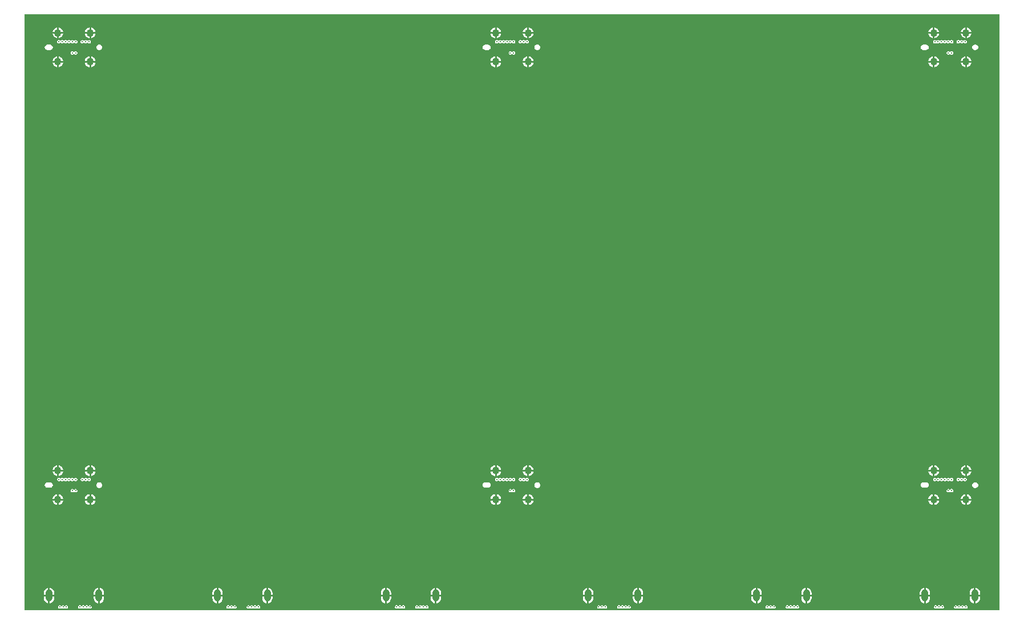
<source format=gbr>
%TF.GenerationSoftware,Altium Limited,Altium Designer,22.5.1 (42)*%
G04 Layer_Physical_Order=2*
G04 Layer_Color=3407820*
%FSLAX26Y26*%
%MOIN*%
%TF.SameCoordinates,0DA79311-8CAD-460E-879A-7D23F4F2BAF0*%
%TF.FilePolarity,Positive*%
%TF.FileFunction,Copper,L2,Inr,Signal*%
%TF.Part,Single*%
G01*
G75*
%TA.AperFunction,ComponentPad*%
%ADD16C,0.043307*%
%ADD17O,0.039370X0.070866*%
%TA.AperFunction,ViaPad*%
%ADD18C,0.011811*%
G36*
X6982802Y3403049D02*
X1284939D01*
Y6884377D01*
X6982802D01*
Y3403049D01*
D02*
G37*
%LPC*%
G36*
X6792402Y6808989D02*
Y6782559D01*
X6818832D01*
X6816898Y6789777D01*
X6812731Y6796995D01*
X6806837Y6802888D01*
X6799619Y6807055D01*
X6792402Y6808989D01*
D02*
G37*
G36*
X6782402D02*
X6775184Y6807055D01*
X6767966Y6802888D01*
X6762073Y6796995D01*
X6757905Y6789777D01*
X6755971Y6782559D01*
X6782402D01*
Y6808989D01*
D02*
G37*
G36*
X6603425D02*
Y6782559D01*
X6629856D01*
X6627922Y6789777D01*
X6623754Y6796995D01*
X6617861Y6802888D01*
X6610643Y6807055D01*
X6603425Y6808989D01*
D02*
G37*
G36*
X6593425D02*
X6586207Y6807055D01*
X6578989Y6802888D01*
X6573096Y6796995D01*
X6568929Y6789777D01*
X6566995Y6782559D01*
X6593425D01*
Y6808989D01*
D02*
G37*
G36*
X4233346D02*
Y6782559D01*
X4259777D01*
X4257843Y6789777D01*
X4253676Y6796995D01*
X4247782Y6802888D01*
X4240564Y6807055D01*
X4233346Y6808989D01*
D02*
G37*
G36*
X4223346D02*
X4216129Y6807055D01*
X4208911Y6802888D01*
X4203017Y6796995D01*
X4198850Y6789777D01*
X4196916Y6782559D01*
X4223346D01*
Y6808989D01*
D02*
G37*
G36*
X4044370D02*
Y6782559D01*
X4070800D01*
X4068866Y6789777D01*
X4064699Y6796995D01*
X4058806Y6802888D01*
X4051588Y6807055D01*
X4044370Y6808989D01*
D02*
G37*
G36*
X4034370D02*
X4027152Y6807055D01*
X4019934Y6802888D01*
X4014041Y6796995D01*
X4009874Y6789777D01*
X4007940Y6782559D01*
X4034370D01*
Y6808989D01*
D02*
G37*
G36*
X1674291D02*
Y6782559D01*
X1700722D01*
X1698788Y6789777D01*
X1694620Y6796995D01*
X1688727Y6802888D01*
X1681509Y6807055D01*
X1674291Y6808989D01*
D02*
G37*
G36*
X1664291D02*
X1657073Y6807055D01*
X1649856Y6802888D01*
X1643962Y6796995D01*
X1639795Y6789777D01*
X1637861Y6782559D01*
X1664291D01*
Y6808989D01*
D02*
G37*
G36*
X1485315D02*
Y6782559D01*
X1511745D01*
X1509811Y6789777D01*
X1505644Y6796995D01*
X1499751Y6802888D01*
X1492533Y6807055D01*
X1485315Y6808989D01*
D02*
G37*
G36*
X1475315D02*
X1468097Y6807055D01*
X1460879Y6802888D01*
X1454986Y6796995D01*
X1450819Y6789777D01*
X1448884Y6782559D01*
X1475315D01*
Y6808989D01*
D02*
G37*
G36*
X6818832Y6772559D02*
X6792402D01*
Y6746129D01*
X6799619Y6748063D01*
X6806837Y6752230D01*
X6812731Y6758123D01*
X6816898Y6765341D01*
X6818832Y6772559D01*
D02*
G37*
G36*
X6782402D02*
X6755971D01*
X6757905Y6765341D01*
X6762073Y6758123D01*
X6767966Y6752230D01*
X6775184Y6748063D01*
X6782402Y6746129D01*
Y6772559D01*
D02*
G37*
G36*
X6629856D02*
X6603425D01*
Y6746129D01*
X6610643Y6748063D01*
X6617861Y6752230D01*
X6623754Y6758123D01*
X6627922Y6765341D01*
X6629856Y6772559D01*
D02*
G37*
G36*
X6593425D02*
X6566995D01*
X6568929Y6765341D01*
X6573096Y6758123D01*
X6578989Y6752230D01*
X6586207Y6748063D01*
X6593425Y6746129D01*
Y6772559D01*
D02*
G37*
G36*
X4259777D02*
X4233346D01*
Y6746129D01*
X4240564Y6748063D01*
X4247782Y6752230D01*
X4253676Y6758123D01*
X4257843Y6765341D01*
X4259777Y6772559D01*
D02*
G37*
G36*
X4223346D02*
X4196916D01*
X4198850Y6765341D01*
X4203017Y6758123D01*
X4208911Y6752230D01*
X4216129Y6748063D01*
X4223346Y6746129D01*
Y6772559D01*
D02*
G37*
G36*
X4070800D02*
X4044370D01*
Y6746129D01*
X4051588Y6748063D01*
X4058806Y6752230D01*
X4064699Y6758123D01*
X4068866Y6765341D01*
X4070800Y6772559D01*
D02*
G37*
G36*
X4034370D02*
X4007940D01*
X4009874Y6765341D01*
X4014041Y6758123D01*
X4019934Y6752230D01*
X4027152Y6748063D01*
X4034370Y6746129D01*
Y6772559D01*
D02*
G37*
G36*
X1700722D02*
X1674291D01*
Y6746129D01*
X1681509Y6748063D01*
X1688727Y6752230D01*
X1694620Y6758123D01*
X1698788Y6765341D01*
X1700722Y6772559D01*
D02*
G37*
G36*
X1664291D02*
X1637861D01*
X1639795Y6765341D01*
X1643962Y6758123D01*
X1649856Y6752230D01*
X1657073Y6748063D01*
X1664291Y6746129D01*
Y6772559D01*
D02*
G37*
G36*
X1511745D02*
X1485315D01*
Y6746129D01*
X1492533Y6748063D01*
X1499751Y6752230D01*
X1505644Y6758123D01*
X1509811Y6765341D01*
X1511745Y6772559D01*
D02*
G37*
G36*
X1475315D02*
X1448884D01*
X1450819Y6765341D01*
X1454986Y6758123D01*
X1460879Y6752230D01*
X1468097Y6748063D01*
X1475315Y6746129D01*
Y6772559D01*
D02*
G37*
G36*
X6665383Y6735630D02*
X6661389D01*
X6657699Y6734102D01*
X6656810Y6733212D01*
X6653543Y6731838D01*
X6650277Y6733212D01*
X6649388Y6734102D01*
X6645698Y6735630D01*
X6641704D01*
X6638014Y6734102D01*
X6636983Y6733071D01*
X6633846Y6731778D01*
X6630501Y6733024D01*
X6629591Y6733935D01*
X6625974Y6735433D01*
X6622058D01*
X6618440Y6733935D01*
X6617379Y6732873D01*
X6614173Y6731710D01*
X6610967Y6732873D01*
X6609906Y6733935D01*
X6606288Y6735433D01*
X6602373D01*
X6598755Y6733935D01*
X6595987Y6731166D01*
X6594488Y6727548D01*
Y6723633D01*
X6595987Y6720015D01*
X6598755Y6717247D01*
X6602373Y6715748D01*
X6606288D01*
X6609906Y6717247D01*
X6610967Y6718308D01*
X6614173Y6719471D01*
X6617379Y6718308D01*
X6618440Y6717247D01*
X6622058Y6715748D01*
X6625974D01*
X6629591Y6717247D01*
X6630501Y6718157D01*
X6633846Y6719403D01*
X6636983Y6718111D01*
X6638014Y6717080D01*
X6641704Y6715551D01*
X6645698D01*
X6649388Y6717080D01*
X6650277Y6717969D01*
X6653543Y6719343D01*
X6656810Y6717969D01*
X6657699Y6717080D01*
X6661389Y6715551D01*
X6665383D01*
X6669073Y6717080D01*
X6670104Y6718111D01*
X6673241Y6719403D01*
X6676585Y6718157D01*
X6677496Y6717247D01*
X6681113Y6715748D01*
X6685029D01*
X6688646Y6717247D01*
X6689707Y6718308D01*
X6692913Y6719471D01*
X6696120Y6718308D01*
X6697181Y6717247D01*
X6700798Y6715748D01*
X6704714D01*
X6708331Y6717247D01*
X6711100Y6720015D01*
X6712599Y6723633D01*
Y6727548D01*
X6711100Y6731166D01*
X6708331Y6733935D01*
X6704714Y6735433D01*
X6700798D01*
X6697181Y6733935D01*
X6696120Y6732873D01*
X6692913Y6731710D01*
X6689707Y6732873D01*
X6688646Y6733935D01*
X6685029Y6735433D01*
X6681113D01*
X6677496Y6733935D01*
X6676585Y6733024D01*
X6673241Y6731778D01*
X6670104Y6733070D01*
X6669073Y6734102D01*
X6665383Y6735630D01*
D02*
G37*
G36*
X4106328D02*
X4102334D01*
X4098644Y6734102D01*
X4097755Y6733212D01*
X4094488Y6731838D01*
X4091222Y6733212D01*
X4090333Y6734102D01*
X4086643Y6735630D01*
X4082649D01*
X4078959Y6734102D01*
X4077928Y6733071D01*
X4074791Y6731778D01*
X4071446Y6733024D01*
X4070536Y6733935D01*
X4066919Y6735433D01*
X4063003D01*
X4059385Y6733935D01*
X4058324Y6732873D01*
X4055118Y6731710D01*
X4051912Y6732873D01*
X4050851Y6733935D01*
X4047233Y6735433D01*
X4043318D01*
X4039700Y6733935D01*
X4036932Y6731166D01*
X4035433Y6727548D01*
Y6723633D01*
X4036932Y6720015D01*
X4039700Y6717247D01*
X4043318Y6715748D01*
X4047233D01*
X4050851Y6717247D01*
X4051912Y6718308D01*
X4055118Y6719471D01*
X4058324Y6718308D01*
X4059385Y6717247D01*
X4063003Y6715748D01*
X4066919D01*
X4070536Y6717247D01*
X4071446Y6718157D01*
X4074791Y6719403D01*
X4077928Y6718111D01*
X4078959Y6717080D01*
X4082649Y6715551D01*
X4086643D01*
X4090333Y6717080D01*
X4091222Y6717969D01*
X4094488Y6719343D01*
X4097755Y6717969D01*
X4098644Y6717080D01*
X4102334Y6715551D01*
X4106328D01*
X4110018Y6717080D01*
X4111049Y6718111D01*
X4114186Y6719403D01*
X4117530Y6718157D01*
X4118440Y6717247D01*
X4122058Y6715748D01*
X4125974D01*
X4129591Y6717247D01*
X4130652Y6718308D01*
X4133858Y6719471D01*
X4137065Y6718308D01*
X4138126Y6717247D01*
X4141743Y6715748D01*
X4145659D01*
X4149276Y6717247D01*
X4152045Y6720015D01*
X4153543Y6723633D01*
Y6727548D01*
X4152045Y6731166D01*
X4149276Y6733935D01*
X4145659Y6735433D01*
X4141743D01*
X4138126Y6733935D01*
X4137065Y6732873D01*
X4133858Y6731710D01*
X4130652Y6732873D01*
X4129591Y6733935D01*
X4125974Y6735433D01*
X4122058D01*
X4118440Y6733935D01*
X4117530Y6733024D01*
X4114186Y6731778D01*
X4111049Y6733070D01*
X4110018Y6734102D01*
X4106328Y6735630D01*
D02*
G37*
G36*
X1547273D02*
X1543278D01*
X1539589Y6734102D01*
X1538699Y6733212D01*
X1535433Y6731838D01*
X1532167Y6733212D01*
X1531277Y6734102D01*
X1527588Y6735630D01*
X1523593D01*
X1519904Y6734102D01*
X1518873Y6733071D01*
X1515736Y6731778D01*
X1512391Y6733024D01*
X1511481Y6733935D01*
X1507863Y6735433D01*
X1503948D01*
X1500330Y6733935D01*
X1499269Y6732873D01*
X1496063Y6731710D01*
X1492857Y6732873D01*
X1491796Y6733935D01*
X1488178Y6735433D01*
X1484263D01*
X1480645Y6733935D01*
X1477876Y6731166D01*
X1476378Y6727548D01*
Y6723633D01*
X1477876Y6720015D01*
X1480645Y6717247D01*
X1484263Y6715748D01*
X1488178D01*
X1491796Y6717247D01*
X1492857Y6718308D01*
X1496063Y6719471D01*
X1499269Y6718308D01*
X1500330Y6717247D01*
X1503948Y6715748D01*
X1507863D01*
X1511481Y6717247D01*
X1512391Y6718157D01*
X1515736Y6719403D01*
X1518873Y6718111D01*
X1519904Y6717080D01*
X1523593Y6715551D01*
X1527588D01*
X1531277Y6717080D01*
X1532167Y6717969D01*
X1535433Y6719343D01*
X1538699Y6717969D01*
X1539589Y6717080D01*
X1543278Y6715551D01*
X1547273D01*
X1550962Y6717080D01*
X1551994Y6718111D01*
X1555130Y6719403D01*
X1558475Y6718157D01*
X1559385Y6717247D01*
X1563003Y6715748D01*
X1566918D01*
X1570536Y6717247D01*
X1571597Y6718308D01*
X1574803Y6719471D01*
X1578009Y6718308D01*
X1579070Y6717247D01*
X1582688Y6715748D01*
X1586603D01*
X1590221Y6717247D01*
X1592990Y6720015D01*
X1594488Y6723633D01*
Y6727548D01*
X1592990Y6731166D01*
X1590221Y6733935D01*
X1586603Y6735433D01*
X1582688D01*
X1579070Y6733935D01*
X1578009Y6732873D01*
X1574803Y6731710D01*
X1571597Y6732873D01*
X1570536Y6733935D01*
X1566918Y6735433D01*
X1563003D01*
X1559385Y6733935D01*
X1558475Y6733024D01*
X1555130Y6731778D01*
X1551994Y6733070D01*
X1550962Y6734102D01*
X1547273Y6735630D01*
D02*
G37*
G36*
X6744123D02*
X6740129D01*
X6736439Y6734102D01*
X6733615Y6731278D01*
X6732087Y6727588D01*
Y6723594D01*
X6733615Y6719904D01*
X6736439Y6717080D01*
X6740129Y6715551D01*
X6744123D01*
X6747813Y6717080D01*
X6748844Y6718111D01*
X6751981Y6719403D01*
X6755325Y6718157D01*
X6756236Y6717247D01*
X6759853Y6715748D01*
X6763769D01*
X6767386Y6717247D01*
X6768447Y6718308D01*
X6771654Y6719471D01*
X6774860Y6718308D01*
X6775921Y6717247D01*
X6779538Y6715748D01*
X6783454D01*
X6787071Y6717247D01*
X6789840Y6720015D01*
X6791339Y6723633D01*
Y6727548D01*
X6789840Y6731166D01*
X6787071Y6733935D01*
X6783454Y6735433D01*
X6779538D01*
X6775921Y6733935D01*
X6774860Y6732873D01*
X6771654Y6731710D01*
X6768447Y6732873D01*
X6767386Y6733935D01*
X6763769Y6735433D01*
X6759853D01*
X6756236Y6733935D01*
X6755325Y6733024D01*
X6751981Y6731778D01*
X6748844Y6733071D01*
X6747813Y6734102D01*
X6744123Y6735630D01*
D02*
G37*
G36*
X4185068D02*
X4181074D01*
X4177384Y6734102D01*
X4174560Y6731278D01*
X4173032Y6727588D01*
Y6723594D01*
X4174560Y6719904D01*
X4177384Y6717080D01*
X4181074Y6715551D01*
X4185068D01*
X4188758Y6717080D01*
X4189789Y6718111D01*
X4192926Y6719403D01*
X4196270Y6718157D01*
X4197181Y6717247D01*
X4200798Y6715748D01*
X4204714D01*
X4208331Y6717247D01*
X4209392Y6718308D01*
X4212599Y6719471D01*
X4215805Y6718308D01*
X4216866Y6717247D01*
X4220483Y6715748D01*
X4224399D01*
X4228016Y6717247D01*
X4230785Y6720015D01*
X4232283Y6723633D01*
Y6727548D01*
X4230785Y6731166D01*
X4228016Y6733935D01*
X4224399Y6735433D01*
X4220483D01*
X4216866Y6733935D01*
X4215805Y6732873D01*
X4212598Y6731710D01*
X4209392Y6732873D01*
X4208331Y6733935D01*
X4204714Y6735433D01*
X4200798D01*
X4197181Y6733935D01*
X4196270Y6733024D01*
X4192926Y6731778D01*
X4189789Y6733071D01*
X4188758Y6734102D01*
X4185068Y6735630D01*
D02*
G37*
G36*
X1626013D02*
X1622019D01*
X1618329Y6734102D01*
X1615505Y6731278D01*
X1613976Y6727588D01*
Y6723594D01*
X1615505Y6719904D01*
X1618329Y6717080D01*
X1622019Y6715551D01*
X1626013D01*
X1629703Y6717080D01*
X1630734Y6718111D01*
X1633870Y6719403D01*
X1637215Y6718157D01*
X1638125Y6717247D01*
X1641743Y6715748D01*
X1645659D01*
X1649276Y6717247D01*
X1650337Y6718308D01*
X1653543Y6719471D01*
X1656749Y6718308D01*
X1657811Y6717247D01*
X1661428Y6715748D01*
X1665344D01*
X1668961Y6717247D01*
X1671730Y6720015D01*
X1673228Y6723633D01*
Y6727548D01*
X1671730Y6731166D01*
X1668961Y6733935D01*
X1665344Y6735433D01*
X1661428D01*
X1657811Y6733935D01*
X1656749Y6732873D01*
X1653543Y6731710D01*
X1650337Y6732873D01*
X1649276Y6733935D01*
X1645659Y6735433D01*
X1641743D01*
X1638125Y6733935D01*
X1637215Y6733024D01*
X1633870Y6731778D01*
X1630734Y6733071D01*
X1629703Y6734102D01*
X1626013Y6735630D01*
D02*
G37*
G36*
X6553543Y6708769D02*
X6537008D01*
X6530940Y6707562D01*
X6525796Y6704125D01*
X6522359Y6698981D01*
X6521152Y6692913D01*
X6522359Y6686846D01*
X6525796Y6681702D01*
X6530940Y6678265D01*
X6537008Y6677057D01*
X6553543D01*
X6559611Y6678265D01*
X6564755Y6681702D01*
X6568192Y6686846D01*
X6569399Y6692913D01*
X6568192Y6698981D01*
X6564755Y6704125D01*
X6559611Y6707562D01*
X6553543Y6708769D01*
D02*
G37*
G36*
X3994488D02*
X3977953D01*
X3971885Y6707562D01*
X3966741Y6704125D01*
X3963304Y6698981D01*
X3962097Y6692913D01*
X3963304Y6686846D01*
X3966741Y6681702D01*
X3971885Y6678265D01*
X3977953Y6677057D01*
X3994488D01*
X4000556Y6678265D01*
X4005700Y6681702D01*
X4009137Y6686846D01*
X4010344Y6692913D01*
X4009137Y6698981D01*
X4005700Y6704125D01*
X4000556Y6707562D01*
X3994488Y6708769D01*
D02*
G37*
G36*
X1435433D02*
X1418898D01*
X1412830Y6707562D01*
X1407686Y6704125D01*
X1404249Y6698981D01*
X1403042Y6692913D01*
X1404249Y6686846D01*
X1407686Y6681702D01*
X1412830Y6678265D01*
X1418898Y6677057D01*
X1435433D01*
X1441501Y6678265D01*
X1446645Y6681702D01*
X1450082Y6686846D01*
X1451289Y6692913D01*
X1450082Y6698981D01*
X1446645Y6704125D01*
X1441501Y6707562D01*
X1435433Y6708769D01*
D02*
G37*
G36*
X6843958Y6710039D02*
X6837145D01*
X6830850Y6707432D01*
X6826033Y6702614D01*
X6823425Y6696320D01*
Y6689507D01*
X6826033Y6683212D01*
X6830850Y6678395D01*
X6837145Y6675787D01*
X6843958D01*
X6850252Y6678395D01*
X6855070Y6683212D01*
X6857677Y6689507D01*
Y6696320D01*
X6855070Y6702614D01*
X6850252Y6707432D01*
X6843958Y6710039D01*
D02*
G37*
G36*
X4284903D02*
X4278090D01*
X4271795Y6707432D01*
X4266977Y6702614D01*
X4264370Y6696320D01*
Y6689507D01*
X4266977Y6683212D01*
X4271795Y6678395D01*
X4278090Y6675787D01*
X4284903D01*
X4291197Y6678395D01*
X4296015Y6683212D01*
X4298622Y6689507D01*
Y6696320D01*
X4296015Y6702614D01*
X4291197Y6707432D01*
X4284903Y6710039D01*
D02*
G37*
G36*
X1725848D02*
X1719034D01*
X1712740Y6707432D01*
X1707922Y6702614D01*
X1705315Y6696320D01*
Y6689507D01*
X1707922Y6683212D01*
X1712740Y6678395D01*
X1719034Y6675787D01*
X1725848D01*
X1732142Y6678395D01*
X1736960Y6683212D01*
X1739567Y6689507D01*
Y6696320D01*
X1736960Y6702614D01*
X1732142Y6707432D01*
X1725848Y6710039D01*
D02*
G37*
G36*
X6704714Y6670079D02*
X6700798D01*
X6697181Y6668580D01*
X6696120Y6667519D01*
X6692913Y6666355D01*
X6689707Y6667519D01*
X6688646Y6668580D01*
X6685029Y6670079D01*
X6681113D01*
X6677496Y6668580D01*
X6674727Y6665811D01*
X6673228Y6662194D01*
Y6658278D01*
X6674727Y6654661D01*
X6677496Y6651892D01*
X6681113Y6650394D01*
X6685029D01*
X6688646Y6651892D01*
X6689707Y6652953D01*
X6692913Y6654117D01*
X6696120Y6652953D01*
X6697181Y6651892D01*
X6700798Y6650394D01*
X6704714D01*
X6708331Y6651892D01*
X6711100Y6654661D01*
X6712598Y6658278D01*
Y6662194D01*
X6711100Y6665811D01*
X6708331Y6668580D01*
X6704714Y6670079D01*
D02*
G37*
G36*
X4145659D02*
X4141743D01*
X4138126Y6668580D01*
X4137065Y6667519D01*
X4133858Y6666355D01*
X4130652Y6667519D01*
X4129591Y6668580D01*
X4125974Y6670079D01*
X4122058D01*
X4118440Y6668580D01*
X4115672Y6665811D01*
X4114173Y6662194D01*
Y6658278D01*
X4115672Y6654661D01*
X4118440Y6651892D01*
X4122058Y6650394D01*
X4125974D01*
X4129591Y6651892D01*
X4130652Y6652953D01*
X4133858Y6654117D01*
X4137065Y6652953D01*
X4138126Y6651892D01*
X4141743Y6650394D01*
X4145659D01*
X4149276Y6651892D01*
X4152045Y6654661D01*
X4153543Y6658278D01*
Y6662194D01*
X4152045Y6665811D01*
X4149276Y6668580D01*
X4145659Y6670079D01*
D02*
G37*
G36*
X1586603D02*
X1582688D01*
X1579070Y6668580D01*
X1578009Y6667519D01*
X1574803Y6666355D01*
X1571597Y6667519D01*
X1570536Y6668580D01*
X1566918Y6670079D01*
X1563003D01*
X1559385Y6668580D01*
X1556617Y6665811D01*
X1555118Y6662194D01*
Y6658278D01*
X1556617Y6654661D01*
X1559385Y6651892D01*
X1563003Y6650394D01*
X1566918D01*
X1570536Y6651892D01*
X1571597Y6652953D01*
X1574803Y6654117D01*
X1578009Y6652953D01*
X1579070Y6651892D01*
X1582688Y6650394D01*
X1586603D01*
X1590221Y6651892D01*
X1592990Y6654661D01*
X1594488Y6658278D01*
Y6662194D01*
X1592990Y6665811D01*
X1590221Y6668580D01*
X1586603Y6670079D01*
D02*
G37*
G36*
X6792402Y6639698D02*
Y6613268D01*
X6818832D01*
X6816898Y6620485D01*
X6812731Y6627703D01*
X6806837Y6633597D01*
X6799619Y6637764D01*
X6792402Y6639698D01*
D02*
G37*
G36*
X6782402D02*
X6775184Y6637764D01*
X6767966Y6633597D01*
X6762073Y6627703D01*
X6757905Y6620485D01*
X6755971Y6613268D01*
X6782402D01*
Y6639698D01*
D02*
G37*
G36*
X6603425D02*
Y6613268D01*
X6629856D01*
X6627922Y6620485D01*
X6623754Y6627703D01*
X6617861Y6633597D01*
X6610643Y6637764D01*
X6603425Y6639698D01*
D02*
G37*
G36*
X6593425D02*
X6586207Y6637764D01*
X6578989Y6633597D01*
X6573096Y6627703D01*
X6568929Y6620485D01*
X6566995Y6613268D01*
X6593425D01*
Y6639698D01*
D02*
G37*
G36*
X4233346D02*
Y6613268D01*
X4259777D01*
X4257843Y6620485D01*
X4253676Y6627703D01*
X4247782Y6633597D01*
X4240564Y6637764D01*
X4233346Y6639698D01*
D02*
G37*
G36*
X4223346D02*
X4216129Y6637764D01*
X4208911Y6633597D01*
X4203017Y6627703D01*
X4198850Y6620485D01*
X4196916Y6613268D01*
X4223346D01*
Y6639698D01*
D02*
G37*
G36*
X4044370D02*
Y6613268D01*
X4070800D01*
X4068866Y6620485D01*
X4064699Y6627703D01*
X4058806Y6633597D01*
X4051588Y6637764D01*
X4044370Y6639698D01*
D02*
G37*
G36*
X4034370D02*
X4027152Y6637764D01*
X4019934Y6633597D01*
X4014041Y6627703D01*
X4009874Y6620485D01*
X4007940Y6613268D01*
X4034370D01*
Y6639698D01*
D02*
G37*
G36*
X1674291D02*
Y6613268D01*
X1700722D01*
X1698788Y6620485D01*
X1694620Y6627703D01*
X1688727Y6633597D01*
X1681509Y6637764D01*
X1674291Y6639698D01*
D02*
G37*
G36*
X1664291D02*
X1657073Y6637764D01*
X1649856Y6633597D01*
X1643962Y6627703D01*
X1639795Y6620485D01*
X1637861Y6613268D01*
X1664291D01*
Y6639698D01*
D02*
G37*
G36*
X1485315D02*
Y6613268D01*
X1511745D01*
X1509811Y6620485D01*
X1505644Y6627703D01*
X1499751Y6633597D01*
X1492533Y6637764D01*
X1485315Y6639698D01*
D02*
G37*
G36*
X1475315D02*
X1468097Y6637764D01*
X1460879Y6633597D01*
X1454986Y6627703D01*
X1450819Y6620485D01*
X1448884Y6613268D01*
X1475315D01*
Y6639698D01*
D02*
G37*
G36*
X6818832Y6603268D02*
X6792402D01*
Y6576837D01*
X6799619Y6578771D01*
X6806837Y6582939D01*
X6812731Y6588832D01*
X6816898Y6596050D01*
X6818832Y6603268D01*
D02*
G37*
G36*
X6782402D02*
X6755971D01*
X6757905Y6596050D01*
X6762073Y6588832D01*
X6767966Y6582939D01*
X6775184Y6578771D01*
X6782402Y6576837D01*
Y6603268D01*
D02*
G37*
G36*
X6629856D02*
X6603425D01*
Y6576837D01*
X6610643Y6578771D01*
X6617861Y6582939D01*
X6623754Y6588832D01*
X6627922Y6596050D01*
X6629856Y6603268D01*
D02*
G37*
G36*
X6593425D02*
X6566995D01*
X6568929Y6596050D01*
X6573096Y6588832D01*
X6578989Y6582939D01*
X6586207Y6578771D01*
X6593425Y6576837D01*
Y6603268D01*
D02*
G37*
G36*
X4259777D02*
X4233346D01*
Y6576837D01*
X4240564Y6578771D01*
X4247782Y6582939D01*
X4253676Y6588832D01*
X4257843Y6596050D01*
X4259777Y6603268D01*
D02*
G37*
G36*
X4223346D02*
X4196916D01*
X4198850Y6596050D01*
X4203017Y6588832D01*
X4208911Y6582939D01*
X4216129Y6578771D01*
X4223346Y6576837D01*
Y6603268D01*
D02*
G37*
G36*
X4070800D02*
X4044370D01*
Y6576837D01*
X4051588Y6578771D01*
X4058806Y6582939D01*
X4064699Y6588832D01*
X4068866Y6596050D01*
X4070800Y6603268D01*
D02*
G37*
G36*
X4034370D02*
X4007940D01*
X4009874Y6596050D01*
X4014041Y6588832D01*
X4019934Y6582939D01*
X4027152Y6578771D01*
X4034370Y6576837D01*
Y6603268D01*
D02*
G37*
G36*
X1700722D02*
X1674291D01*
Y6576837D01*
X1681509Y6578771D01*
X1688727Y6582939D01*
X1694620Y6588832D01*
X1698788Y6596050D01*
X1700722Y6603268D01*
D02*
G37*
G36*
X1664291D02*
X1637861D01*
X1639795Y6596050D01*
X1643962Y6588832D01*
X1649856Y6582939D01*
X1657073Y6578771D01*
X1664291Y6576837D01*
Y6603268D01*
D02*
G37*
G36*
X1511745D02*
X1485315D01*
Y6576837D01*
X1492533Y6578771D01*
X1499751Y6582939D01*
X1505644Y6588832D01*
X1509811Y6596050D01*
X1511745Y6603268D01*
D02*
G37*
G36*
X1475315D02*
X1448884D01*
X1450819Y6596050D01*
X1454986Y6588832D01*
X1460879Y6582939D01*
X1468097Y6578771D01*
X1475315Y6576837D01*
Y6603268D01*
D02*
G37*
G36*
X6792402Y4249934D02*
Y4223504D01*
X6818832D01*
X6816898Y4230722D01*
X6812731Y4237940D01*
X6806837Y4243833D01*
X6799619Y4248000D01*
X6792402Y4249934D01*
D02*
G37*
G36*
X6782402D02*
X6775184Y4248000D01*
X6767966Y4243833D01*
X6762073Y4237940D01*
X6757905Y4230722D01*
X6755971Y4223504D01*
X6782402D01*
Y4249934D01*
D02*
G37*
G36*
X6603425D02*
Y4223504D01*
X6629856D01*
X6627922Y4230722D01*
X6623754Y4237940D01*
X6617861Y4243833D01*
X6610643Y4248000D01*
X6603425Y4249934D01*
D02*
G37*
G36*
X6593425D02*
X6586207Y4248000D01*
X6578989Y4243833D01*
X6573096Y4237940D01*
X6568929Y4230722D01*
X6566995Y4223504D01*
X6593425D01*
Y4249934D01*
D02*
G37*
G36*
X4233346D02*
Y4223504D01*
X4259777D01*
X4257843Y4230722D01*
X4253676Y4237940D01*
X4247782Y4243833D01*
X4240564Y4248000D01*
X4233346Y4249934D01*
D02*
G37*
G36*
X4223346D02*
X4216129Y4248000D01*
X4208911Y4243833D01*
X4203017Y4237940D01*
X4198850Y4230722D01*
X4196916Y4223504D01*
X4223346D01*
Y4249934D01*
D02*
G37*
G36*
X4044370D02*
Y4223504D01*
X4070800D01*
X4068866Y4230722D01*
X4064699Y4237940D01*
X4058806Y4243833D01*
X4051588Y4248000D01*
X4044370Y4249934D01*
D02*
G37*
G36*
X4034370D02*
X4027152Y4248000D01*
X4019934Y4243833D01*
X4014041Y4237940D01*
X4009874Y4230722D01*
X4007940Y4223504D01*
X4034370D01*
Y4249934D01*
D02*
G37*
G36*
X1674291D02*
Y4223504D01*
X1700722D01*
X1698788Y4230722D01*
X1694620Y4237940D01*
X1688727Y4243833D01*
X1681509Y4248000D01*
X1674291Y4249934D01*
D02*
G37*
G36*
X1664291D02*
X1657073Y4248000D01*
X1649856Y4243833D01*
X1643962Y4237940D01*
X1639795Y4230722D01*
X1637861Y4223504D01*
X1664291D01*
Y4249934D01*
D02*
G37*
G36*
X1485315D02*
Y4223504D01*
X1511745D01*
X1509811Y4230722D01*
X1505644Y4237940D01*
X1499751Y4243833D01*
X1492533Y4248000D01*
X1485315Y4249934D01*
D02*
G37*
G36*
X1475315D02*
X1468097Y4248000D01*
X1460879Y4243833D01*
X1454986Y4237940D01*
X1450819Y4230722D01*
X1448884Y4223504D01*
X1475315D01*
Y4249934D01*
D02*
G37*
G36*
X6818832Y4213504D02*
X6792402D01*
Y4187074D01*
X6799619Y4189008D01*
X6806837Y4193175D01*
X6812731Y4199068D01*
X6816898Y4206286D01*
X6818832Y4213504D01*
D02*
G37*
G36*
X6782402D02*
X6755971D01*
X6757905Y4206286D01*
X6762073Y4199068D01*
X6767966Y4193175D01*
X6775184Y4189008D01*
X6782402Y4187074D01*
Y4213504D01*
D02*
G37*
G36*
X6629856D02*
X6603425D01*
Y4187074D01*
X6610643Y4189008D01*
X6617861Y4193175D01*
X6623754Y4199068D01*
X6627922Y4206286D01*
X6629856Y4213504D01*
D02*
G37*
G36*
X6593425D02*
X6566995D01*
X6568929Y4206286D01*
X6573096Y4199068D01*
X6578989Y4193175D01*
X6586207Y4189008D01*
X6593425Y4187074D01*
Y4213504D01*
D02*
G37*
G36*
X4259777D02*
X4233346D01*
Y4187074D01*
X4240564Y4189008D01*
X4247782Y4193175D01*
X4253676Y4199068D01*
X4257843Y4206286D01*
X4259777Y4213504D01*
D02*
G37*
G36*
X4223346D02*
X4196916D01*
X4198850Y4206286D01*
X4203017Y4199068D01*
X4208911Y4193175D01*
X4216129Y4189008D01*
X4223346Y4187074D01*
Y4213504D01*
D02*
G37*
G36*
X4070800D02*
X4044370D01*
Y4187074D01*
X4051588Y4189008D01*
X4058806Y4193175D01*
X4064699Y4199068D01*
X4068866Y4206286D01*
X4070800Y4213504D01*
D02*
G37*
G36*
X4034370D02*
X4007940D01*
X4009874Y4206286D01*
X4014041Y4199068D01*
X4019934Y4193175D01*
X4027152Y4189008D01*
X4034370Y4187074D01*
Y4213504D01*
D02*
G37*
G36*
X1700722D02*
X1674291D01*
Y4187074D01*
X1681509Y4189008D01*
X1688727Y4193175D01*
X1694620Y4199068D01*
X1698788Y4206286D01*
X1700722Y4213504D01*
D02*
G37*
G36*
X1664291D02*
X1637861D01*
X1639795Y4206286D01*
X1643962Y4199068D01*
X1649856Y4193175D01*
X1657073Y4189008D01*
X1664291Y4187074D01*
Y4213504D01*
D02*
G37*
G36*
X1511745D02*
X1485315D01*
Y4187074D01*
X1492533Y4189008D01*
X1499751Y4193175D01*
X1505644Y4199068D01*
X1509811Y4206286D01*
X1511745Y4213504D01*
D02*
G37*
G36*
X1475315D02*
X1448884D01*
X1450819Y4206286D01*
X1454986Y4199068D01*
X1460879Y4193175D01*
X1468097Y4189008D01*
X1475315Y4187074D01*
Y4213504D01*
D02*
G37*
G36*
X6665383Y4176575D02*
X6661389D01*
X6657699Y4175047D01*
X6656810Y4174157D01*
X6653543Y4172783D01*
X6650277Y4174157D01*
X6649388Y4175047D01*
X6645698Y4176575D01*
X6641704D01*
X6638014Y4175047D01*
X6636983Y4174016D01*
X6633846Y4172723D01*
X6630501Y4173969D01*
X6629591Y4174880D01*
X6625974Y4176378D01*
X6622058D01*
X6618440Y4174880D01*
X6617379Y4173818D01*
X6614173Y4172655D01*
X6610967Y4173818D01*
X6609906Y4174880D01*
X6606288Y4176378D01*
X6602373D01*
X6598755Y4174880D01*
X6595987Y4172111D01*
X6594488Y4168493D01*
Y4164578D01*
X6595987Y4160960D01*
X6598755Y4158191D01*
X6602373Y4156693D01*
X6606288D01*
X6609906Y4158191D01*
X6610967Y4159253D01*
X6614173Y4160416D01*
X6617379Y4159253D01*
X6618440Y4158191D01*
X6622058Y4156693D01*
X6625974D01*
X6629591Y4158191D01*
X6630501Y4159102D01*
X6633846Y4160348D01*
X6636983Y4159056D01*
X6638014Y4158025D01*
X6641704Y4156496D01*
X6645698D01*
X6649388Y4158025D01*
X6650277Y4158914D01*
X6653543Y4160288D01*
X6656810Y4158914D01*
X6657699Y4158025D01*
X6661389Y4156496D01*
X6665383D01*
X6669073Y4158025D01*
X6670104Y4159056D01*
X6673241Y4160348D01*
X6676585Y4159102D01*
X6677496Y4158191D01*
X6681113Y4156693D01*
X6685029D01*
X6688646Y4158191D01*
X6689707Y4159253D01*
X6692913Y4160416D01*
X6696120Y4159253D01*
X6697181Y4158191D01*
X6700798Y4156693D01*
X6704714D01*
X6708331Y4158191D01*
X6711100Y4160960D01*
X6712599Y4164578D01*
Y4168493D01*
X6711100Y4172111D01*
X6708331Y4174880D01*
X6704714Y4176378D01*
X6700798D01*
X6697181Y4174880D01*
X6696120Y4173818D01*
X6692913Y4172655D01*
X6689707Y4173818D01*
X6688646Y4174880D01*
X6685029Y4176378D01*
X6681113D01*
X6677496Y4174880D01*
X6676585Y4173969D01*
X6673241Y4172723D01*
X6670104Y4174015D01*
X6669073Y4175047D01*
X6665383Y4176575D01*
D02*
G37*
G36*
X4106328D02*
X4102334D01*
X4098644Y4175047D01*
X4097755Y4174157D01*
X4094488Y4172783D01*
X4091222Y4174157D01*
X4090333Y4175047D01*
X4086643Y4176575D01*
X4082649D01*
X4078959Y4175047D01*
X4077928Y4174016D01*
X4074791Y4172723D01*
X4071446Y4173969D01*
X4070536Y4174880D01*
X4066919Y4176378D01*
X4063003D01*
X4059385Y4174880D01*
X4058324Y4173818D01*
X4055118Y4172655D01*
X4051912Y4173818D01*
X4050851Y4174880D01*
X4047233Y4176378D01*
X4043318D01*
X4039700Y4174880D01*
X4036932Y4172111D01*
X4035433Y4168493D01*
Y4164578D01*
X4036932Y4160960D01*
X4039700Y4158191D01*
X4043318Y4156693D01*
X4047233D01*
X4050851Y4158191D01*
X4051912Y4159253D01*
X4055118Y4160416D01*
X4058324Y4159253D01*
X4059385Y4158191D01*
X4063003Y4156693D01*
X4066919D01*
X4070536Y4158191D01*
X4071446Y4159102D01*
X4074791Y4160348D01*
X4077928Y4159056D01*
X4078959Y4158025D01*
X4082649Y4156496D01*
X4086643D01*
X4090333Y4158025D01*
X4091222Y4158914D01*
X4094488Y4160288D01*
X4097755Y4158914D01*
X4098644Y4158025D01*
X4102334Y4156496D01*
X4106328D01*
X4110018Y4158025D01*
X4111049Y4159056D01*
X4114186Y4160348D01*
X4117530Y4159102D01*
X4118440Y4158191D01*
X4122058Y4156693D01*
X4125974D01*
X4129591Y4158191D01*
X4130652Y4159253D01*
X4133858Y4160416D01*
X4137065Y4159253D01*
X4138126Y4158191D01*
X4141743Y4156693D01*
X4145659D01*
X4149276Y4158191D01*
X4152045Y4160960D01*
X4153543Y4164578D01*
Y4168493D01*
X4152045Y4172111D01*
X4149276Y4174880D01*
X4145659Y4176378D01*
X4141743D01*
X4138126Y4174880D01*
X4137065Y4173818D01*
X4133858Y4172655D01*
X4130652Y4173818D01*
X4129591Y4174880D01*
X4125974Y4176378D01*
X4122058D01*
X4118440Y4174880D01*
X4117530Y4173969D01*
X4114186Y4172723D01*
X4111049Y4174015D01*
X4110018Y4175047D01*
X4106328Y4176575D01*
D02*
G37*
G36*
X1547273D02*
X1543278D01*
X1539589Y4175047D01*
X1538699Y4174157D01*
X1535433Y4172783D01*
X1532167Y4174157D01*
X1531277Y4175047D01*
X1527588Y4176575D01*
X1523593D01*
X1519904Y4175047D01*
X1518873Y4174016D01*
X1515736Y4172723D01*
X1512391Y4173969D01*
X1511481Y4174880D01*
X1507863Y4176378D01*
X1503948D01*
X1500330Y4174880D01*
X1499269Y4173818D01*
X1496063Y4172655D01*
X1492857Y4173818D01*
X1491796Y4174880D01*
X1488178Y4176378D01*
X1484263D01*
X1480645Y4174880D01*
X1477876Y4172111D01*
X1476378Y4168493D01*
Y4164578D01*
X1477876Y4160960D01*
X1480645Y4158191D01*
X1484263Y4156693D01*
X1488178D01*
X1491796Y4158191D01*
X1492857Y4159253D01*
X1496063Y4160416D01*
X1499269Y4159253D01*
X1500330Y4158191D01*
X1503948Y4156693D01*
X1507863D01*
X1511481Y4158191D01*
X1512391Y4159102D01*
X1515736Y4160348D01*
X1518873Y4159056D01*
X1519904Y4158025D01*
X1523593Y4156496D01*
X1527588D01*
X1531277Y4158025D01*
X1532167Y4158914D01*
X1535433Y4160288D01*
X1538699Y4158914D01*
X1539589Y4158025D01*
X1543278Y4156496D01*
X1547273D01*
X1550962Y4158025D01*
X1551994Y4159056D01*
X1555130Y4160348D01*
X1558475Y4159102D01*
X1559385Y4158191D01*
X1563003Y4156693D01*
X1566918D01*
X1570536Y4158191D01*
X1571597Y4159253D01*
X1574803Y4160416D01*
X1578009Y4159253D01*
X1579070Y4158191D01*
X1582688Y4156693D01*
X1586603D01*
X1590221Y4158191D01*
X1592990Y4160960D01*
X1594488Y4164578D01*
Y4168493D01*
X1592990Y4172111D01*
X1590221Y4174880D01*
X1586603Y4176378D01*
X1582688D01*
X1579070Y4174880D01*
X1578009Y4173818D01*
X1574803Y4172655D01*
X1571597Y4173818D01*
X1570536Y4174880D01*
X1566918Y4176378D01*
X1563003D01*
X1559385Y4174880D01*
X1558475Y4173969D01*
X1555130Y4172723D01*
X1551994Y4174015D01*
X1550962Y4175047D01*
X1547273Y4176575D01*
D02*
G37*
G36*
X6744123D02*
X6740129D01*
X6736439Y4175047D01*
X6733615Y4172222D01*
X6732087Y4168533D01*
Y4164538D01*
X6733615Y4160849D01*
X6736439Y4158025D01*
X6740129Y4156496D01*
X6744123D01*
X6747813Y4158025D01*
X6748844Y4159056D01*
X6751981Y4160348D01*
X6755325Y4159102D01*
X6756236Y4158191D01*
X6759853Y4156693D01*
X6763769D01*
X6767386Y4158191D01*
X6768447Y4159253D01*
X6771654Y4160416D01*
X6774860Y4159253D01*
X6775921Y4158191D01*
X6779538Y4156693D01*
X6783454D01*
X6787071Y4158191D01*
X6789840Y4160960D01*
X6791339Y4164578D01*
Y4168493D01*
X6789840Y4172111D01*
X6787071Y4174880D01*
X6783454Y4176378D01*
X6779538D01*
X6775921Y4174880D01*
X6774860Y4173818D01*
X6771654Y4172655D01*
X6768447Y4173818D01*
X6767386Y4174880D01*
X6763769Y4176378D01*
X6759853D01*
X6756236Y4174880D01*
X6755325Y4173969D01*
X6751981Y4172723D01*
X6748844Y4174016D01*
X6747813Y4175047D01*
X6744123Y4176575D01*
D02*
G37*
G36*
X4185068D02*
X4181074D01*
X4177384Y4175047D01*
X4174560Y4172222D01*
X4173032Y4168533D01*
Y4164538D01*
X4174560Y4160849D01*
X4177384Y4158025D01*
X4181074Y4156496D01*
X4185068D01*
X4188758Y4158025D01*
X4189789Y4159056D01*
X4192926Y4160348D01*
X4196270Y4159102D01*
X4197181Y4158191D01*
X4200798Y4156693D01*
X4204714D01*
X4208331Y4158191D01*
X4209392Y4159253D01*
X4212599Y4160416D01*
X4215805Y4159253D01*
X4216866Y4158191D01*
X4220483Y4156693D01*
X4224399D01*
X4228016Y4158191D01*
X4230785Y4160960D01*
X4232283Y4164578D01*
Y4168493D01*
X4230785Y4172111D01*
X4228016Y4174880D01*
X4224399Y4176378D01*
X4220483D01*
X4216866Y4174880D01*
X4215805Y4173818D01*
X4212598Y4172655D01*
X4209392Y4173818D01*
X4208331Y4174880D01*
X4204714Y4176378D01*
X4200798D01*
X4197181Y4174880D01*
X4196270Y4173969D01*
X4192926Y4172723D01*
X4189789Y4174016D01*
X4188758Y4175047D01*
X4185068Y4176575D01*
D02*
G37*
G36*
X1626013D02*
X1622019D01*
X1618329Y4175047D01*
X1615505Y4172222D01*
X1613976Y4168533D01*
Y4164538D01*
X1615505Y4160849D01*
X1618329Y4158025D01*
X1622019Y4156496D01*
X1626013D01*
X1629703Y4158025D01*
X1630734Y4159056D01*
X1633870Y4160348D01*
X1637215Y4159102D01*
X1638125Y4158191D01*
X1641743Y4156693D01*
X1645659D01*
X1649276Y4158191D01*
X1650337Y4159253D01*
X1653543Y4160416D01*
X1656749Y4159253D01*
X1657811Y4158191D01*
X1661428Y4156693D01*
X1665344D01*
X1668961Y4158191D01*
X1671730Y4160960D01*
X1673228Y4164578D01*
Y4168493D01*
X1671730Y4172111D01*
X1668961Y4174880D01*
X1665344Y4176378D01*
X1661428D01*
X1657811Y4174880D01*
X1656749Y4173818D01*
X1653543Y4172655D01*
X1650337Y4173818D01*
X1649276Y4174880D01*
X1645659Y4176378D01*
X1641743D01*
X1638125Y4174880D01*
X1637215Y4173969D01*
X1633870Y4172723D01*
X1630734Y4174016D01*
X1629703Y4175047D01*
X1626013Y4176575D01*
D02*
G37*
G36*
X6553543Y4149714D02*
X6537008D01*
X6530940Y4148507D01*
X6525796Y4145070D01*
X6522359Y4139926D01*
X6521152Y4133858D01*
X6522359Y4127791D01*
X6525796Y4122646D01*
X6530940Y4119209D01*
X6537008Y4118002D01*
X6553543D01*
X6559611Y4119209D01*
X6564755Y4122646D01*
X6568192Y4127791D01*
X6569399Y4133858D01*
X6568192Y4139926D01*
X6564755Y4145070D01*
X6559611Y4148507D01*
X6553543Y4149714D01*
D02*
G37*
G36*
X3994488D02*
X3977953D01*
X3971885Y4148507D01*
X3966741Y4145070D01*
X3963304Y4139926D01*
X3962097Y4133858D01*
X3963304Y4127791D01*
X3966741Y4122646D01*
X3971885Y4119209D01*
X3977953Y4118002D01*
X3994488D01*
X4000556Y4119209D01*
X4005700Y4122646D01*
X4009137Y4127791D01*
X4010344Y4133858D01*
X4009137Y4139926D01*
X4005700Y4145070D01*
X4000556Y4148507D01*
X3994488Y4149714D01*
D02*
G37*
G36*
X1435433D02*
X1418898D01*
X1412830Y4148507D01*
X1407686Y4145070D01*
X1404249Y4139926D01*
X1403042Y4133858D01*
X1404249Y4127791D01*
X1407686Y4122646D01*
X1412830Y4119209D01*
X1418898Y4118002D01*
X1435433D01*
X1441501Y4119209D01*
X1446645Y4122646D01*
X1450082Y4127791D01*
X1451289Y4133858D01*
X1450082Y4139926D01*
X1446645Y4145070D01*
X1441501Y4148507D01*
X1435433Y4149714D01*
D02*
G37*
G36*
X6843958Y4150984D02*
X6837145D01*
X6830850Y4148377D01*
X6826033Y4143559D01*
X6823425Y4137265D01*
Y4130452D01*
X6826033Y4124157D01*
X6830850Y4119340D01*
X6837145Y4116732D01*
X6843958D01*
X6850252Y4119340D01*
X6855070Y4124157D01*
X6857677Y4130452D01*
Y4137265D01*
X6855070Y4143559D01*
X6850252Y4148377D01*
X6843958Y4150984D01*
D02*
G37*
G36*
X4284903D02*
X4278090D01*
X4271795Y4148377D01*
X4266977Y4143559D01*
X4264370Y4137265D01*
Y4130452D01*
X4266977Y4124157D01*
X4271795Y4119340D01*
X4278090Y4116732D01*
X4284903D01*
X4291197Y4119340D01*
X4296015Y4124157D01*
X4298622Y4130452D01*
Y4137265D01*
X4296015Y4143559D01*
X4291197Y4148377D01*
X4284903Y4150984D01*
D02*
G37*
G36*
X1725848D02*
X1719034D01*
X1712740Y4148377D01*
X1707922Y4143559D01*
X1705315Y4137265D01*
Y4130452D01*
X1707922Y4124157D01*
X1712740Y4119340D01*
X1719034Y4116732D01*
X1725848D01*
X1732142Y4119340D01*
X1736960Y4124157D01*
X1739567Y4130452D01*
Y4137265D01*
X1736960Y4143559D01*
X1732142Y4148377D01*
X1725848Y4150984D01*
D02*
G37*
G36*
X6704714Y4111024D02*
X6700798D01*
X6697181Y4109525D01*
X6696120Y4108464D01*
X6692913Y4107300D01*
X6689707Y4108464D01*
X6688646Y4109525D01*
X6685029Y4111024D01*
X6681113D01*
X6677496Y4109525D01*
X6674727Y4106756D01*
X6673228Y4103139D01*
Y4099223D01*
X6674727Y4095606D01*
X6677496Y4092837D01*
X6681113Y4091339D01*
X6685029D01*
X6688646Y4092837D01*
X6689707Y4093898D01*
X6692913Y4095062D01*
X6696120Y4093898D01*
X6697181Y4092837D01*
X6700798Y4091339D01*
X6704714D01*
X6708331Y4092837D01*
X6711100Y4095606D01*
X6712598Y4099223D01*
Y4103139D01*
X6711100Y4106756D01*
X6708331Y4109525D01*
X6704714Y4111024D01*
D02*
G37*
G36*
X4145659D02*
X4141743D01*
X4138126Y4109525D01*
X4137065Y4108464D01*
X4133858Y4107300D01*
X4130652Y4108464D01*
X4129591Y4109525D01*
X4125974Y4111024D01*
X4122058D01*
X4118440Y4109525D01*
X4115672Y4106756D01*
X4114173Y4103139D01*
Y4099223D01*
X4115672Y4095606D01*
X4118440Y4092837D01*
X4122058Y4091339D01*
X4125974D01*
X4129591Y4092837D01*
X4130652Y4093898D01*
X4133858Y4095062D01*
X4137065Y4093898D01*
X4138126Y4092837D01*
X4141743Y4091339D01*
X4145659D01*
X4149276Y4092837D01*
X4152045Y4095606D01*
X4153543Y4099223D01*
Y4103139D01*
X4152045Y4106756D01*
X4149276Y4109525D01*
X4145659Y4111024D01*
D02*
G37*
G36*
X1586603D02*
X1582688D01*
X1579070Y4109525D01*
X1578009Y4108464D01*
X1574803Y4107300D01*
X1571597Y4108464D01*
X1570536Y4109525D01*
X1566918Y4111024D01*
X1563003D01*
X1559385Y4109525D01*
X1556617Y4106756D01*
X1555118Y4103139D01*
Y4099223D01*
X1556617Y4095606D01*
X1559385Y4092837D01*
X1563003Y4091339D01*
X1566918D01*
X1570536Y4092837D01*
X1571597Y4093898D01*
X1574803Y4095062D01*
X1578009Y4093898D01*
X1579070Y4092837D01*
X1582688Y4091339D01*
X1586603D01*
X1590221Y4092837D01*
X1592990Y4095606D01*
X1594488Y4099223D01*
Y4103139D01*
X1592990Y4106756D01*
X1590221Y4109525D01*
X1586603Y4111024D01*
D02*
G37*
G36*
X6792402Y4080643D02*
Y4054213D01*
X6818832D01*
X6816898Y4061430D01*
X6812731Y4068648D01*
X6806837Y4074542D01*
X6799619Y4078709D01*
X6792402Y4080643D01*
D02*
G37*
G36*
X6782402D02*
X6775184Y4078709D01*
X6767966Y4074542D01*
X6762073Y4068648D01*
X6757905Y4061430D01*
X6755971Y4054213D01*
X6782402D01*
Y4080643D01*
D02*
G37*
G36*
X6603425D02*
Y4054213D01*
X6629856D01*
X6627922Y4061430D01*
X6623754Y4068648D01*
X6617861Y4074542D01*
X6610643Y4078709D01*
X6603425Y4080643D01*
D02*
G37*
G36*
X6593425D02*
X6586207Y4078709D01*
X6578989Y4074542D01*
X6573096Y4068648D01*
X6568929Y4061430D01*
X6566995Y4054213D01*
X6593425D01*
Y4080643D01*
D02*
G37*
G36*
X4233346D02*
Y4054213D01*
X4259777D01*
X4257843Y4061430D01*
X4253676Y4068648D01*
X4247782Y4074542D01*
X4240564Y4078709D01*
X4233346Y4080643D01*
D02*
G37*
G36*
X4223346D02*
X4216129Y4078709D01*
X4208911Y4074542D01*
X4203017Y4068648D01*
X4198850Y4061430D01*
X4196916Y4054213D01*
X4223346D01*
Y4080643D01*
D02*
G37*
G36*
X4044370D02*
Y4054213D01*
X4070800D01*
X4068866Y4061430D01*
X4064699Y4068648D01*
X4058806Y4074542D01*
X4051588Y4078709D01*
X4044370Y4080643D01*
D02*
G37*
G36*
X4034370D02*
X4027152Y4078709D01*
X4019934Y4074542D01*
X4014041Y4068648D01*
X4009874Y4061430D01*
X4007940Y4054213D01*
X4034370D01*
Y4080643D01*
D02*
G37*
G36*
X1674291D02*
Y4054213D01*
X1700722D01*
X1698788Y4061430D01*
X1694620Y4068648D01*
X1688727Y4074542D01*
X1681509Y4078709D01*
X1674291Y4080643D01*
D02*
G37*
G36*
X1664291D02*
X1657073Y4078709D01*
X1649856Y4074542D01*
X1643962Y4068648D01*
X1639795Y4061430D01*
X1637861Y4054213D01*
X1664291D01*
Y4080643D01*
D02*
G37*
G36*
X1485315D02*
Y4054213D01*
X1511745D01*
X1509811Y4061430D01*
X1505644Y4068648D01*
X1499751Y4074542D01*
X1492533Y4078709D01*
X1485315Y4080643D01*
D02*
G37*
G36*
X1475315D02*
X1468097Y4078709D01*
X1460879Y4074542D01*
X1454986Y4068648D01*
X1450819Y4061430D01*
X1448884Y4054213D01*
X1475315D01*
Y4080643D01*
D02*
G37*
G36*
X6818832Y4044213D02*
X6792402D01*
Y4017782D01*
X6799619Y4019716D01*
X6806837Y4023883D01*
X6812731Y4029777D01*
X6816898Y4036995D01*
X6818832Y4044213D01*
D02*
G37*
G36*
X6782402D02*
X6755971D01*
X6757905Y4036995D01*
X6762073Y4029777D01*
X6767966Y4023883D01*
X6775184Y4019716D01*
X6782402Y4017782D01*
Y4044213D01*
D02*
G37*
G36*
X6629856D02*
X6603425D01*
Y4017782D01*
X6610643Y4019716D01*
X6617861Y4023883D01*
X6623754Y4029777D01*
X6627922Y4036995D01*
X6629856Y4044213D01*
D02*
G37*
G36*
X6593425D02*
X6566995D01*
X6568929Y4036995D01*
X6573096Y4029777D01*
X6578989Y4023883D01*
X6586207Y4019716D01*
X6593425Y4017782D01*
Y4044213D01*
D02*
G37*
G36*
X4259777D02*
X4233346D01*
Y4017782D01*
X4240564Y4019716D01*
X4247782Y4023883D01*
X4253676Y4029777D01*
X4257843Y4036995D01*
X4259777Y4044213D01*
D02*
G37*
G36*
X4223346D02*
X4196916D01*
X4198850Y4036995D01*
X4203017Y4029777D01*
X4208911Y4023883D01*
X4216129Y4019716D01*
X4223346Y4017782D01*
Y4044213D01*
D02*
G37*
G36*
X4070800D02*
X4044370D01*
Y4017782D01*
X4051588Y4019716D01*
X4058806Y4023883D01*
X4064699Y4029777D01*
X4068866Y4036995D01*
X4070800Y4044213D01*
D02*
G37*
G36*
X4034370D02*
X4007940D01*
X4009874Y4036995D01*
X4014041Y4029777D01*
X4019934Y4023883D01*
X4027152Y4019716D01*
X4034370Y4017782D01*
Y4044213D01*
D02*
G37*
G36*
X1700722D02*
X1674291D01*
Y4017782D01*
X1681509Y4019716D01*
X1688727Y4023883D01*
X1694620Y4029777D01*
X1698788Y4036995D01*
X1700722Y4044213D01*
D02*
G37*
G36*
X1664291D02*
X1637861D01*
X1639795Y4036995D01*
X1643962Y4029777D01*
X1649856Y4023883D01*
X1657073Y4019716D01*
X1664291Y4017782D01*
Y4044213D01*
D02*
G37*
G36*
X1511745D02*
X1485315D01*
Y4017782D01*
X1492533Y4019716D01*
X1499751Y4023883D01*
X1505644Y4029777D01*
X1509811Y4036995D01*
X1511745Y4044213D01*
D02*
G37*
G36*
X1475315D02*
X1448884D01*
X1450819Y4036995D01*
X1454986Y4029777D01*
X1460879Y4023883D01*
X1468097Y4019716D01*
X1475315Y4017782D01*
Y4044213D01*
D02*
G37*
G36*
X6843582Y3533220D02*
Y3493189D01*
X6868524D01*
Y3503937D01*
X6867504Y3511686D01*
X6864512Y3518908D01*
X6859754Y3525109D01*
X6853553Y3529867D01*
X6846332Y3532858D01*
X6843582Y3533220D01*
D02*
G37*
G36*
X6833582Y3533220D02*
X6830833Y3532858D01*
X6823612Y3529867D01*
X6817411Y3525109D01*
X6812653Y3518908D01*
X6809662Y3511686D01*
X6808641Y3503937D01*
Y3493189D01*
X6833582D01*
Y3533220D01*
D02*
G37*
G36*
X3402637Y3533220D02*
Y3493189D01*
X3427579D01*
Y3503937D01*
X3426559Y3511686D01*
X3423568Y3518908D01*
X3418809Y3525109D01*
X3412608Y3529867D01*
X3405387Y3532858D01*
X3402637Y3533220D01*
D02*
G37*
G36*
X3392637Y3533220D02*
X3389888Y3532858D01*
X3382667Y3529867D01*
X3376466Y3525109D01*
X3371708Y3518908D01*
X3368717Y3511686D01*
X3367697Y3503937D01*
Y3493189D01*
X3392637D01*
Y3533220D01*
D02*
G37*
G36*
X6552244Y3533220D02*
Y3493189D01*
X6577185D01*
Y3503937D01*
X6576165Y3511686D01*
X6573174Y3518908D01*
X6568416Y3525109D01*
X6562215Y3529867D01*
X6554993Y3532858D01*
X6552244Y3533220D01*
D02*
G37*
G36*
X5567992D02*
Y3493189D01*
X5592933D01*
Y3503937D01*
X5591913Y3511686D01*
X5588922Y3518908D01*
X5584164Y3525109D01*
X5577963Y3529867D01*
X5570742Y3532858D01*
X5567992Y3533220D01*
D02*
G37*
G36*
X4583740D02*
Y3493189D01*
X4608681D01*
Y3503937D01*
X4607661Y3511686D01*
X4604670Y3518908D01*
X4599912Y3525109D01*
X4593711Y3529867D01*
X4586489Y3532858D01*
X4583740Y3533220D01*
D02*
G37*
G36*
X6542244Y3533220D02*
X6539495Y3532858D01*
X6532274Y3529867D01*
X6526073Y3525109D01*
X6521314Y3518908D01*
X6518323Y3511686D01*
X6517303Y3503937D01*
Y3493189D01*
X6542244D01*
Y3533220D01*
D02*
G37*
G36*
X4573740D02*
X4570991Y3532858D01*
X4563770Y3529867D01*
X4557569Y3525109D01*
X4552810Y3518908D01*
X4549819Y3511686D01*
X4548799Y3503937D01*
Y3493189D01*
X4573740D01*
Y3533220D01*
D02*
G37*
G36*
X5557992D02*
X5555243Y3532858D01*
X5548021Y3529867D01*
X5541820Y3525109D01*
X5537062Y3518908D01*
X5534071Y3511686D01*
X5533051Y3503937D01*
Y3493189D01*
X5557992D01*
Y3533220D01*
D02*
G37*
G36*
X3693976Y3533220D02*
Y3493189D01*
X3718918D01*
Y3503937D01*
X3717897Y3511686D01*
X3714906Y3518908D01*
X3710148Y3525109D01*
X3703947Y3529867D01*
X3696726Y3532858D01*
X3693976Y3533220D01*
D02*
G37*
G36*
X2709724D02*
Y3493189D01*
X2734666D01*
Y3503937D01*
X2733645Y3511686D01*
X2730654Y3518908D01*
X2725896Y3525109D01*
X2719695Y3529867D01*
X2712474Y3532858D01*
X2709724Y3533220D01*
D02*
G37*
G36*
X2418386D02*
Y3493189D01*
X2443327D01*
Y3503937D01*
X2442307Y3511686D01*
X2439316Y3518908D01*
X2434557Y3525109D01*
X2428356Y3529867D01*
X2421135Y3532858D01*
X2418386Y3533220D01*
D02*
G37*
G36*
X1725472D02*
Y3493189D01*
X1750414D01*
Y3503937D01*
X1749393Y3511686D01*
X1746402Y3518908D01*
X1741644Y3525109D01*
X1735443Y3529867D01*
X1728222Y3532858D01*
X1725472Y3533220D01*
D02*
G37*
G36*
X1434134D02*
Y3493189D01*
X1459075D01*
Y3503937D01*
X1458055Y3511686D01*
X1455064Y3518908D01*
X1450305Y3525109D01*
X1444104Y3529867D01*
X1436883Y3532858D01*
X1434134Y3533220D01*
D02*
G37*
G36*
X1715472Y3533220D02*
X1712723Y3532858D01*
X1705502Y3529867D01*
X1699301Y3525109D01*
X1694543Y3518908D01*
X1691551Y3511686D01*
X1690531Y3503937D01*
Y3493189D01*
X1715472D01*
Y3533220D01*
D02*
G37*
G36*
X2699724D02*
X2696975Y3532858D01*
X2689754Y3529867D01*
X2683553Y3525109D01*
X2678795Y3518908D01*
X2675803Y3511686D01*
X2674783Y3503937D01*
Y3493189D01*
X2699724D01*
Y3533220D01*
D02*
G37*
G36*
X2408386D02*
X2405636Y3532858D01*
X2398415Y3529867D01*
X2392214Y3525109D01*
X2387456Y3518908D01*
X2384465Y3511686D01*
X2383445Y3503937D01*
Y3493189D01*
X2408386D01*
Y3533220D01*
D02*
G37*
G36*
X3683976D02*
X3681227Y3532858D01*
X3674006Y3529867D01*
X3667805Y3525109D01*
X3663047Y3518908D01*
X3660055Y3511686D01*
X3659035Y3503937D01*
Y3493189D01*
X3683976D01*
Y3533220D01*
D02*
G37*
G36*
X1424134D02*
X1421384Y3532858D01*
X1414163Y3529867D01*
X1407962Y3525109D01*
X1403204Y3518908D01*
X1400213Y3511686D01*
X1399193Y3503937D01*
Y3493189D01*
X1424134D01*
Y3533220D01*
D02*
G37*
G36*
X5859331Y3533220D02*
Y3493189D01*
X5884272D01*
Y3503937D01*
X5883252Y3511686D01*
X5880261Y3518908D01*
X5875502Y3525109D01*
X5869301Y3529867D01*
X5862080Y3532858D01*
X5859331Y3533220D01*
D02*
G37*
G36*
X4875079D02*
Y3493189D01*
X4900020D01*
Y3503937D01*
X4899000Y3511686D01*
X4896008Y3518908D01*
X4891250Y3525109D01*
X4885049Y3529867D01*
X4877828Y3532858D01*
X4875079Y3533220D01*
D02*
G37*
G36*
X5849331Y3533220D02*
X5846581Y3532858D01*
X5839360Y3529867D01*
X5833159Y3525109D01*
X5828401Y3518908D01*
X5825410Y3511686D01*
X5824390Y3503937D01*
Y3493189D01*
X5849331D01*
Y3533220D01*
D02*
G37*
G36*
X4865079D02*
X4862329Y3532858D01*
X4855108Y3529867D01*
X4848907Y3525109D01*
X4844149Y3518908D01*
X4841158Y3511686D01*
X4840137Y3503937D01*
Y3493189D01*
X4865079D01*
Y3533220D01*
D02*
G37*
G36*
X6833582Y3483189D02*
X6808641D01*
Y3472441D01*
X6809662Y3464692D01*
X6812653Y3457470D01*
X6817411Y3451269D01*
X6823612Y3446511D01*
X6830833Y3443520D01*
X6833582Y3443158D01*
Y3483189D01*
D02*
G37*
G36*
X3392637Y3483189D02*
X3367697D01*
Y3472441D01*
X3368717Y3464692D01*
X3371708Y3457470D01*
X3376466Y3451269D01*
X3382667Y3446511D01*
X3389888Y3443520D01*
X3392637Y3443158D01*
Y3483189D01*
D02*
G37*
G36*
X4573740Y3483189D02*
X4548799D01*
Y3472441D01*
X4549819Y3464692D01*
X4552810Y3457470D01*
X4557569Y3451269D01*
X4563770Y3446511D01*
X4570991Y3443520D01*
X4573740Y3443158D01*
Y3483189D01*
D02*
G37*
G36*
X6542244D02*
X6517303D01*
Y3472441D01*
X6518323Y3464692D01*
X6521314Y3457470D01*
X6526073Y3451269D01*
X6532274Y3446511D01*
X6539495Y3443520D01*
X6542244Y3443158D01*
Y3483189D01*
D02*
G37*
G36*
X5557992D02*
X5533051D01*
Y3472441D01*
X5534071Y3464692D01*
X5537062Y3457470D01*
X5541820Y3451269D01*
X5548021Y3446511D01*
X5555243Y3443520D01*
X5557992Y3443158D01*
Y3483189D01*
D02*
G37*
G36*
X2408386Y3483189D02*
X2383445D01*
Y3472441D01*
X2384465Y3464692D01*
X2387456Y3457470D01*
X2392214Y3451269D01*
X2398415Y3446511D01*
X2405636Y3443520D01*
X2408386Y3443158D01*
Y3483189D01*
D02*
G37*
G36*
X1715472D02*
X1690531D01*
Y3472441D01*
X1691551Y3464692D01*
X1694543Y3457470D01*
X1699301Y3451269D01*
X1705502Y3446511D01*
X1712723Y3443520D01*
X1715472Y3443158D01*
Y3483189D01*
D02*
G37*
G36*
X2699724D02*
X2674783D01*
Y3472441D01*
X2675803Y3464692D01*
X2678795Y3457470D01*
X2683553Y3451269D01*
X2689754Y3446511D01*
X2696975Y3443520D01*
X2699724Y3443158D01*
Y3483189D01*
D02*
G37*
G36*
X1424134D02*
X1399193D01*
Y3472441D01*
X1400213Y3464692D01*
X1403204Y3457470D01*
X1407962Y3451269D01*
X1414163Y3446511D01*
X1421384Y3443520D01*
X1424134Y3443158D01*
Y3483189D01*
D02*
G37*
G36*
X3683976D02*
X3659035D01*
Y3472441D01*
X3660055Y3464692D01*
X3663047Y3457470D01*
X3667805Y3451269D01*
X3674006Y3446511D01*
X3681227Y3443520D01*
X3683976Y3443158D01*
Y3483189D01*
D02*
G37*
G36*
X5849331Y3483189D02*
X5824390D01*
Y3472441D01*
X5825410Y3464692D01*
X5828401Y3457470D01*
X5833159Y3451269D01*
X5839360Y3446511D01*
X5846581Y3443520D01*
X5849331Y3443158D01*
Y3483189D01*
D02*
G37*
G36*
X4865079D02*
X4840137D01*
Y3472441D01*
X4841158Y3464692D01*
X4844149Y3457470D01*
X4848907Y3451269D01*
X4855108Y3446511D01*
X4862329Y3443520D01*
X4865079Y3443158D01*
Y3483189D01*
D02*
G37*
G36*
X5884272D02*
X5859331D01*
Y3443158D01*
X5862080Y3443520D01*
X5869301Y3446511D01*
X5875502Y3451269D01*
X5880261Y3457470D01*
X5883252Y3464692D01*
X5884272Y3472441D01*
Y3483189D01*
D02*
G37*
G36*
X4900020D02*
X4875079D01*
Y3443158D01*
X4877828Y3443520D01*
X4885049Y3446511D01*
X4891250Y3451269D01*
X4896008Y3457470D01*
X4899000Y3464692D01*
X4900020Y3472441D01*
Y3483189D01*
D02*
G37*
G36*
X3718918Y3483189D02*
X3693976D01*
Y3443158D01*
X3696726Y3443520D01*
X3703947Y3446511D01*
X3710148Y3451269D01*
X3714906Y3457470D01*
X3717897Y3464692D01*
X3718918Y3472441D01*
Y3483189D01*
D02*
G37*
G36*
X1459075D02*
X1434134D01*
Y3443158D01*
X1436883Y3443520D01*
X1444104Y3446511D01*
X1450305Y3451269D01*
X1455064Y3457470D01*
X1458055Y3464692D01*
X1459075Y3472441D01*
Y3483189D01*
D02*
G37*
G36*
X2734666D02*
X2709724D01*
Y3443158D01*
X2712474Y3443520D01*
X2719695Y3446511D01*
X2725896Y3451269D01*
X2730654Y3457470D01*
X2733645Y3464692D01*
X2734666Y3472441D01*
Y3483189D01*
D02*
G37*
G36*
X2443327D02*
X2418386D01*
Y3443158D01*
X2421135Y3443520D01*
X2428356Y3446511D01*
X2434557Y3451269D01*
X2439316Y3457470D01*
X2442307Y3464692D01*
X2443327Y3472441D01*
Y3483189D01*
D02*
G37*
G36*
X1750414D02*
X1725472D01*
Y3443158D01*
X1728222Y3443520D01*
X1735443Y3446511D01*
X1741644Y3451269D01*
X1746402Y3457470D01*
X1749393Y3464692D01*
X1750414Y3472441D01*
Y3483189D01*
D02*
G37*
G36*
X5592933Y3483189D02*
X5567992D01*
Y3443158D01*
X5570742Y3443520D01*
X5577963Y3446511D01*
X5584164Y3451269D01*
X5588922Y3457470D01*
X5591913Y3464692D01*
X5592933Y3472441D01*
Y3483189D01*
D02*
G37*
G36*
X6577185D02*
X6552244D01*
Y3443158D01*
X6554993Y3443520D01*
X6562215Y3446511D01*
X6568416Y3451269D01*
X6573174Y3457470D01*
X6576165Y3464692D01*
X6577185Y3472441D01*
Y3483189D01*
D02*
G37*
G36*
X4608681D02*
X4583740D01*
Y3443158D01*
X4586489Y3443520D01*
X4593711Y3446511D01*
X4599912Y3451269D01*
X4604670Y3457470D01*
X4607661Y3464692D01*
X4608681Y3472441D01*
Y3483189D01*
D02*
G37*
G36*
X3427579Y3483189D02*
X3402637D01*
Y3443158D01*
X3405387Y3443520D01*
X3412608Y3446511D01*
X3418809Y3451269D01*
X3423568Y3457470D01*
X3426559Y3464692D01*
X3427579Y3472441D01*
Y3483189D01*
D02*
G37*
G36*
X6868524Y3483189D02*
X6843582D01*
Y3443158D01*
X6846332Y3443520D01*
X6853553Y3446511D01*
X6859754Y3451269D01*
X6864512Y3457470D01*
X6867504Y3464692D01*
X6868524Y3472441D01*
Y3483189D01*
D02*
G37*
G36*
X6749044Y3431299D02*
X6745050D01*
X6741360Y3429771D01*
X6740471Y3428882D01*
X6737205Y3427507D01*
X6733938Y3428882D01*
X6733049Y3429771D01*
X6729359Y3431299D01*
X6725365D01*
X6721675Y3429771D01*
X6718851Y3426947D01*
X6717323Y3423257D01*
Y3419263D01*
X6718851Y3415573D01*
X6721675Y3412749D01*
X6725365Y3411220D01*
X6729359D01*
X6733049Y3412749D01*
X6733938Y3413638D01*
X6737205Y3415012D01*
X6740471Y3413638D01*
X6741360Y3412749D01*
X6745050Y3411220D01*
X6749044D01*
X6752734Y3412749D01*
X6753765Y3413780D01*
X6756902Y3415072D01*
X6760247Y3413826D01*
X6761157Y3412916D01*
X6764774Y3411417D01*
X6768690D01*
X6772307Y3412916D01*
X6773369Y3413977D01*
X6776575Y3415140D01*
X6779781Y3413977D01*
X6780842Y3412916D01*
X6784459Y3411417D01*
X6788375D01*
X6791993Y3412916D01*
X6794761Y3415684D01*
X6796260Y3419302D01*
Y3423218D01*
X6794761Y3426835D01*
X6791993Y3429604D01*
X6788375Y3431102D01*
X6784459D01*
X6780842Y3429604D01*
X6779781Y3428543D01*
X6776575Y3427379D01*
X6773369Y3428543D01*
X6772307Y3429604D01*
X6768690Y3431102D01*
X6764774D01*
X6761157Y3429604D01*
X6760247Y3428693D01*
X6756902Y3427447D01*
X6753765Y3428740D01*
X6752734Y3429771D01*
X6749044Y3431299D01*
D02*
G37*
G36*
X5764792D02*
X5760798D01*
X5757108Y3429771D01*
X5756219Y3428882D01*
X5752953Y3427507D01*
X5749686Y3428882D01*
X5748797Y3429771D01*
X5745107Y3431299D01*
X5741113D01*
X5737423Y3429771D01*
X5734599Y3426947D01*
X5733071Y3423257D01*
Y3419263D01*
X5734599Y3415573D01*
X5737423Y3412749D01*
X5741113Y3411220D01*
X5745107D01*
X5748797Y3412749D01*
X5749686Y3413638D01*
X5752953Y3415012D01*
X5756219Y3413638D01*
X5757108Y3412749D01*
X5760798Y3411220D01*
X5764792D01*
X5768482Y3412749D01*
X5769513Y3413780D01*
X5772650Y3415072D01*
X5775995Y3413826D01*
X5776905Y3412916D01*
X5780522Y3411417D01*
X5784438D01*
X5788056Y3412916D01*
X5789117Y3413977D01*
X5792323Y3415140D01*
X5795529Y3413977D01*
X5796590Y3412916D01*
X5800208Y3411417D01*
X5804123D01*
X5807741Y3412916D01*
X5810509Y3415684D01*
X5812008Y3419302D01*
Y3423218D01*
X5810509Y3426835D01*
X5807741Y3429604D01*
X5804123Y3431102D01*
X5800208D01*
X5796590Y3429604D01*
X5795529Y3428543D01*
X5792323Y3427379D01*
X5789117Y3428543D01*
X5788056Y3429604D01*
X5784438Y3431102D01*
X5780522D01*
X5776905Y3429604D01*
X5775995Y3428693D01*
X5772650Y3427447D01*
X5769513Y3428740D01*
X5768482Y3429771D01*
X5764792Y3431299D01*
D02*
G37*
G36*
X4780540D02*
X4776546D01*
X4772856Y3429771D01*
X4771967Y3428882D01*
X4768701Y3427507D01*
X4765434Y3428882D01*
X4764545Y3429771D01*
X4760855Y3431299D01*
X4756861D01*
X4753171Y3429771D01*
X4750347Y3426947D01*
X4748819Y3423257D01*
Y3419263D01*
X4750347Y3415573D01*
X4753171Y3412749D01*
X4756861Y3411220D01*
X4760855D01*
X4764545Y3412749D01*
X4765434Y3413638D01*
X4768701Y3415012D01*
X4771967Y3413638D01*
X4772856Y3412749D01*
X4776546Y3411220D01*
X4780540D01*
X4784230Y3412749D01*
X4785261Y3413780D01*
X4788398Y3415072D01*
X4791743Y3413826D01*
X4792653Y3412916D01*
X4796270Y3411417D01*
X4800186D01*
X4803803Y3412916D01*
X4804865Y3413977D01*
X4808071Y3415140D01*
X4811277Y3413977D01*
X4812338Y3412916D01*
X4815956Y3411417D01*
X4819871D01*
X4823489Y3412916D01*
X4826257Y3415684D01*
X4827756Y3419302D01*
Y3423218D01*
X4826257Y3426835D01*
X4823489Y3429604D01*
X4819871Y3431102D01*
X4815956D01*
X4812338Y3429604D01*
X4811277Y3428543D01*
X4808071Y3427379D01*
X4804865Y3428543D01*
X4803803Y3429604D01*
X4800186Y3431102D01*
X4796270D01*
X4792653Y3429604D01*
X4791743Y3428693D01*
X4788398Y3427447D01*
X4785261Y3428740D01*
X4784230Y3429771D01*
X4780540Y3431299D01*
D02*
G37*
G36*
X3599438D02*
X3595444D01*
X3591754Y3429771D01*
X3590865Y3428882D01*
X3587598Y3427507D01*
X3584332Y3428882D01*
X3583443Y3429771D01*
X3579753Y3431299D01*
X3575759D01*
X3572069Y3429771D01*
X3569245Y3426947D01*
X3567716Y3423257D01*
Y3419263D01*
X3569245Y3415573D01*
X3572069Y3412749D01*
X3575759Y3411220D01*
X3579753D01*
X3583443Y3412749D01*
X3584332Y3413638D01*
X3587598Y3415012D01*
X3590865Y3413638D01*
X3591754Y3412749D01*
X3595444Y3411220D01*
X3599438D01*
X3603128Y3412749D01*
X3604159Y3413780D01*
X3607296Y3415072D01*
X3610640Y3413826D01*
X3611551Y3412916D01*
X3615168Y3411417D01*
X3619084D01*
X3622701Y3412916D01*
X3623762Y3413977D01*
X3626968Y3415140D01*
X3630175Y3413977D01*
X3631236Y3412916D01*
X3634853Y3411417D01*
X3638769D01*
X3642386Y3412916D01*
X3645155Y3415684D01*
X3646653Y3419302D01*
Y3423218D01*
X3645155Y3426835D01*
X3642386Y3429604D01*
X3638769Y3431102D01*
X3634853D01*
X3631236Y3429604D01*
X3630175Y3428543D01*
X3626968Y3427379D01*
X3623762Y3428543D01*
X3622701Y3429604D01*
X3619084Y3431102D01*
X3615168D01*
X3611551Y3429604D01*
X3610640Y3428693D01*
X3607296Y3427447D01*
X3604159Y3428740D01*
X3603128Y3429771D01*
X3599438Y3431299D01*
D02*
G37*
G36*
X2615186D02*
X2611192D01*
X2607502Y3429771D01*
X2606613Y3428882D01*
X2603346Y3427507D01*
X2600080Y3428882D01*
X2599191Y3429771D01*
X2595501Y3431299D01*
X2591507D01*
X2587817Y3429771D01*
X2584993Y3426947D01*
X2583465Y3423257D01*
Y3419263D01*
X2584993Y3415573D01*
X2587817Y3412749D01*
X2591507Y3411220D01*
X2595501D01*
X2599191Y3412749D01*
X2600080Y3413638D01*
X2603346Y3415012D01*
X2606613Y3413638D01*
X2607502Y3412749D01*
X2611192Y3411220D01*
X2615186D01*
X2618876Y3412749D01*
X2619907Y3413780D01*
X2623044Y3415072D01*
X2626388Y3413826D01*
X2627299Y3412916D01*
X2630916Y3411417D01*
X2634832D01*
X2638449Y3412916D01*
X2639510Y3413977D01*
X2642716Y3415140D01*
X2645923Y3413977D01*
X2646984Y3412916D01*
X2650601Y3411417D01*
X2654517D01*
X2658134Y3412916D01*
X2660903Y3415684D01*
X2662401Y3419302D01*
Y3423218D01*
X2660903Y3426835D01*
X2658134Y3429604D01*
X2654517Y3431102D01*
X2650601D01*
X2646984Y3429604D01*
X2645923Y3428543D01*
X2642716Y3427379D01*
X2639510Y3428543D01*
X2638449Y3429604D01*
X2634832Y3431102D01*
X2630916D01*
X2627299Y3429604D01*
X2626388Y3428693D01*
X2623044Y3427447D01*
X2619907Y3428740D01*
X2618876Y3429771D01*
X2615186Y3431299D01*
D02*
G37*
G36*
X1630934D02*
X1626940D01*
X1623250Y3429771D01*
X1622361Y3428882D01*
X1619094Y3427507D01*
X1615828Y3428882D01*
X1614939Y3429771D01*
X1611249Y3431299D01*
X1607255D01*
X1603565Y3429771D01*
X1600741Y3426947D01*
X1599213Y3423257D01*
Y3419263D01*
X1600741Y3415573D01*
X1603565Y3412749D01*
X1607255Y3411220D01*
X1611249D01*
X1614939Y3412749D01*
X1615828Y3413638D01*
X1619094Y3415012D01*
X1622361Y3413638D01*
X1623250Y3412749D01*
X1626940Y3411220D01*
X1630934D01*
X1634624Y3412749D01*
X1635655Y3413780D01*
X1638792Y3415072D01*
X1642136Y3413826D01*
X1643047Y3412916D01*
X1646664Y3411417D01*
X1650580D01*
X1654197Y3412916D01*
X1655258Y3413977D01*
X1658465Y3415140D01*
X1661671Y3413977D01*
X1662732Y3412916D01*
X1666349Y3411417D01*
X1670265D01*
X1673882Y3412916D01*
X1676651Y3415684D01*
X1678149Y3419302D01*
Y3423218D01*
X1676651Y3426835D01*
X1673882Y3429604D01*
X1670265Y3431102D01*
X1666349D01*
X1662732Y3429604D01*
X1661671Y3428543D01*
X1658464Y3427379D01*
X1655258Y3428543D01*
X1654197Y3429604D01*
X1650580Y3431102D01*
X1646664D01*
X1643047Y3429604D01*
X1642136Y3428693D01*
X1638792Y3427447D01*
X1635655Y3428740D01*
X1634624Y3429771D01*
X1630934Y3431299D01*
D02*
G37*
G36*
X6650619D02*
X6646625D01*
X6642935Y3429771D01*
X6641904Y3428740D01*
X6638767Y3427447D01*
X6635423Y3428693D01*
X6634512Y3429604D01*
X6630895Y3431102D01*
X6626979D01*
X6623362Y3429604D01*
X6622301Y3428543D01*
X6619094Y3427379D01*
X6615888Y3428543D01*
X6614827Y3429604D01*
X6611210Y3431102D01*
X6607294D01*
X6603677Y3429604D01*
X6600908Y3426835D01*
X6599409Y3423218D01*
Y3419302D01*
X6600908Y3415684D01*
X6603677Y3412916D01*
X6607294Y3411417D01*
X6611210D01*
X6614827Y3412916D01*
X6615888Y3413977D01*
X6619095Y3415140D01*
X6622301Y3413977D01*
X6623362Y3412916D01*
X6626979Y3411417D01*
X6630895D01*
X6634512Y3412916D01*
X6635423Y3413826D01*
X6638767Y3415072D01*
X6641904Y3413780D01*
X6642935Y3412749D01*
X6646625Y3411220D01*
X6650619D01*
X6654309Y3412749D01*
X6657133Y3415573D01*
X6658661Y3419263D01*
Y3423257D01*
X6657133Y3426947D01*
X6654309Y3429771D01*
X6650619Y3431299D01*
D02*
G37*
G36*
X5666367D02*
X5662373D01*
X5658683Y3429771D01*
X5657652Y3428740D01*
X5654515Y3427447D01*
X5651171Y3428693D01*
X5650260Y3429604D01*
X5646643Y3431102D01*
X5642727D01*
X5639110Y3429604D01*
X5638049Y3428543D01*
X5634842Y3427379D01*
X5631636Y3428543D01*
X5630575Y3429604D01*
X5626958Y3431102D01*
X5623042D01*
X5619425Y3429604D01*
X5616656Y3426835D01*
X5615157Y3423218D01*
Y3419302D01*
X5616656Y3415684D01*
X5619425Y3412916D01*
X5623042Y3411417D01*
X5626958D01*
X5630575Y3412916D01*
X5631636Y3413977D01*
X5634842Y3415140D01*
X5638049Y3413977D01*
X5639110Y3412916D01*
X5642727Y3411417D01*
X5646643D01*
X5650260Y3412916D01*
X5651171Y3413826D01*
X5654515Y3415072D01*
X5657652Y3413780D01*
X5658683Y3412749D01*
X5662373Y3411220D01*
X5666367D01*
X5670057Y3412749D01*
X5672881Y3415573D01*
X5674409Y3419263D01*
Y3423257D01*
X5672881Y3426947D01*
X5670057Y3429771D01*
X5666367Y3431299D01*
D02*
G37*
G36*
X4682115D02*
X4678121D01*
X4674431Y3429771D01*
X4673400Y3428740D01*
X4670263Y3427447D01*
X4666919Y3428693D01*
X4666008Y3429604D01*
X4662391Y3431102D01*
X4658475D01*
X4654858Y3429604D01*
X4653797Y3428543D01*
X4650590Y3427379D01*
X4647384Y3428543D01*
X4646323Y3429604D01*
X4642706Y3431102D01*
X4638790D01*
X4635173Y3429604D01*
X4632404Y3426835D01*
X4630905Y3423218D01*
Y3419302D01*
X4632404Y3415684D01*
X4635173Y3412916D01*
X4638790Y3411417D01*
X4642706D01*
X4646323Y3412916D01*
X4647384Y3413977D01*
X4650591Y3415140D01*
X4653797Y3413977D01*
X4654858Y3412916D01*
X4658475Y3411417D01*
X4662391D01*
X4666008Y3412916D01*
X4666919Y3413826D01*
X4670263Y3415072D01*
X4673400Y3413780D01*
X4674431Y3412749D01*
X4678121Y3411220D01*
X4682115D01*
X4685805Y3412749D01*
X4688629Y3415573D01*
X4690157Y3419263D01*
Y3423257D01*
X4688629Y3426947D01*
X4685805Y3429771D01*
X4682115Y3431299D01*
D02*
G37*
G36*
X3501013D02*
X3497019D01*
X3493329Y3429771D01*
X3492298Y3428740D01*
X3489161Y3427447D01*
X3485816Y3428693D01*
X3484906Y3429604D01*
X3481289Y3431102D01*
X3477373D01*
X3473755Y3429604D01*
X3472694Y3428543D01*
X3469488Y3427379D01*
X3466282Y3428543D01*
X3465221Y3429604D01*
X3461603Y3431102D01*
X3457688D01*
X3454070Y3429604D01*
X3451302Y3426835D01*
X3449803Y3423218D01*
Y3419302D01*
X3451302Y3415684D01*
X3454070Y3412916D01*
X3457688Y3411417D01*
X3461603D01*
X3465221Y3412916D01*
X3466282Y3413977D01*
X3469488Y3415140D01*
X3472694Y3413977D01*
X3473755Y3412916D01*
X3477373Y3411417D01*
X3481289D01*
X3484906Y3412916D01*
X3485816Y3413826D01*
X3489161Y3415072D01*
X3492298Y3413780D01*
X3493329Y3412749D01*
X3497019Y3411220D01*
X3501013D01*
X3504703Y3412749D01*
X3507527Y3415573D01*
X3509055Y3419263D01*
Y3423257D01*
X3507527Y3426947D01*
X3504703Y3429771D01*
X3501013Y3431299D01*
D02*
G37*
G36*
X2516761D02*
X2512767D01*
X2509077Y3429771D01*
X2508046Y3428740D01*
X2504909Y3427447D01*
X2501564Y3428693D01*
X2500654Y3429604D01*
X2497037Y3431102D01*
X2493121D01*
X2489503Y3429604D01*
X2488442Y3428543D01*
X2485236Y3427379D01*
X2482030Y3428543D01*
X2480969Y3429604D01*
X2477351Y3431102D01*
X2473436D01*
X2469818Y3429604D01*
X2467050Y3426835D01*
X2465551Y3423218D01*
Y3419302D01*
X2467050Y3415684D01*
X2469818Y3412916D01*
X2473436Y3411417D01*
X2477351D01*
X2480969Y3412916D01*
X2482030Y3413977D01*
X2485236Y3415140D01*
X2488442Y3413977D01*
X2489503Y3412916D01*
X2493121Y3411417D01*
X2497037D01*
X2500654Y3412916D01*
X2501564Y3413826D01*
X2504909Y3415072D01*
X2508046Y3413780D01*
X2509077Y3412749D01*
X2512767Y3411220D01*
X2516761D01*
X2520451Y3412749D01*
X2523275Y3415573D01*
X2524803Y3419263D01*
Y3423257D01*
X2523275Y3426947D01*
X2520451Y3429771D01*
X2516761Y3431299D01*
D02*
G37*
G36*
X1532509D02*
X1528515D01*
X1524825Y3429771D01*
X1523794Y3428740D01*
X1520657Y3427447D01*
X1517312Y3428693D01*
X1516402Y3429604D01*
X1512784Y3431102D01*
X1508869D01*
X1505251Y3429604D01*
X1504190Y3428543D01*
X1500984Y3427379D01*
X1497778Y3428543D01*
X1496717Y3429604D01*
X1493099Y3431102D01*
X1489184D01*
X1485566Y3429604D01*
X1482798Y3426835D01*
X1481299Y3423218D01*
Y3419302D01*
X1482798Y3415684D01*
X1485566Y3412916D01*
X1489184Y3411417D01*
X1493099D01*
X1496717Y3412916D01*
X1497778Y3413977D01*
X1500984Y3415140D01*
X1504190Y3413977D01*
X1505251Y3412916D01*
X1508869Y3411417D01*
X1512784D01*
X1516402Y3412916D01*
X1517312Y3413826D01*
X1520657Y3415072D01*
X1523794Y3413780D01*
X1524825Y3412749D01*
X1528515Y3411220D01*
X1532509D01*
X1536199Y3412749D01*
X1539023Y3415573D01*
X1540551Y3419263D01*
Y3423257D01*
X1539023Y3426947D01*
X1536199Y3429771D01*
X1532509Y3431299D01*
D02*
G37*
%LPD*%
D16*
X1480315Y4218504D02*
D03*
X1669291D02*
D03*
Y4049213D02*
D03*
X1480315D02*
D03*
X4039370D02*
D03*
X4228346D02*
D03*
Y4218504D02*
D03*
X4039370D02*
D03*
X1480315Y6608268D02*
D03*
X1669291D02*
D03*
Y6777559D02*
D03*
X1480315D02*
D03*
X4039370Y6608268D02*
D03*
X4228346D02*
D03*
Y6777559D02*
D03*
X4039370D02*
D03*
X6598425Y6608268D02*
D03*
X6787402D02*
D03*
Y6777559D02*
D03*
X6598425D02*
D03*
Y4049213D02*
D03*
X6787402D02*
D03*
Y4218504D02*
D03*
X6598425D02*
D03*
D17*
X1429134Y3488189D02*
D03*
X1720472D02*
D03*
X2413386D02*
D03*
X2704724D02*
D03*
X3397638D02*
D03*
X3688976D02*
D03*
X6547244D02*
D03*
X6838583D02*
D03*
X4578740D02*
D03*
X4870079D02*
D03*
X5562992D02*
D03*
X5854331D02*
D03*
D18*
X1564961Y4101181D02*
D03*
X1584646D02*
D03*
X4124016D02*
D03*
X4143701D02*
D03*
X6683071D02*
D03*
X6702756D02*
D03*
X6683071Y6660236D02*
D03*
X6702756D02*
D03*
X4124016D02*
D03*
X4143701D02*
D03*
X1584646D02*
D03*
X1564961D02*
D03*
X1525591Y4166535D02*
D03*
X1624016D02*
D03*
X4084646D02*
D03*
X4183071D02*
D03*
X6643701D02*
D03*
X6742126D02*
D03*
X6643701Y6725591D02*
D03*
X6742126D02*
D03*
X4084646D02*
D03*
X4183071D02*
D03*
X1624016D02*
D03*
X1525591D02*
D03*
X6747047Y3421260D02*
D03*
X6648622D02*
D03*
X4778543D02*
D03*
X4680118D02*
D03*
X3597441D02*
D03*
X3499016D02*
D03*
X1628937D02*
D03*
X1530512D02*
D03*
X5762795D02*
D03*
X5664370D02*
D03*
X2514764D02*
D03*
X2613189D02*
D03*
X6663386Y6725591D02*
D03*
X4104331D02*
D03*
X1545275Y4166535D02*
D03*
X4104331D02*
D03*
X6663386D02*
D03*
X1545275Y6725591D02*
D03*
X5743110Y3421260D02*
D03*
X4758858D02*
D03*
X3577756D02*
D03*
X2593504D02*
D03*
X5802165D02*
D03*
X5782480D02*
D03*
X5644685D02*
D03*
X5625000D02*
D03*
X4817913D02*
D03*
X4798228D02*
D03*
X4660433D02*
D03*
X4640748D02*
D03*
X3636811D02*
D03*
X3617126D02*
D03*
X3479331D02*
D03*
X3459646D02*
D03*
X2652559D02*
D03*
X2632874D02*
D03*
X2495079D02*
D03*
X2475394D02*
D03*
X4222441Y6725591D02*
D03*
X4202756D02*
D03*
X4143701D02*
D03*
X4124016D02*
D03*
X4064961D02*
D03*
X4045276D02*
D03*
Y4166535D02*
D03*
X4064961D02*
D03*
X4202756D02*
D03*
X4222441D02*
D03*
X4124016D02*
D03*
X4143701D02*
D03*
X6604331D02*
D03*
X6624016D02*
D03*
X6761811D02*
D03*
X6781496D02*
D03*
X6683071D02*
D03*
X6702756D02*
D03*
X6604331Y6725591D02*
D03*
X6624016D02*
D03*
X6761811D02*
D03*
X6781496D02*
D03*
X6683071D02*
D03*
X6702756D02*
D03*
X1584646D02*
D03*
X1564961D02*
D03*
X1663386D02*
D03*
X1643701D02*
D03*
X1505906D02*
D03*
X1486220D02*
D03*
X1609252Y3421260D02*
D03*
X6727362D02*
D03*
X6786417D02*
D03*
X6766732D02*
D03*
X6628937D02*
D03*
X6609252D02*
D03*
X1491142D02*
D03*
X1510827D02*
D03*
X1648622D02*
D03*
X1668307D02*
D03*
X1564961Y4166535D02*
D03*
X1584646D02*
D03*
X1643701D02*
D03*
X1663386D02*
D03*
X1486220D02*
D03*
X1505906D02*
D03*
%TF.MD5,c87d457bfcf8870135727210269d7dd6*%
M02*

</source>
